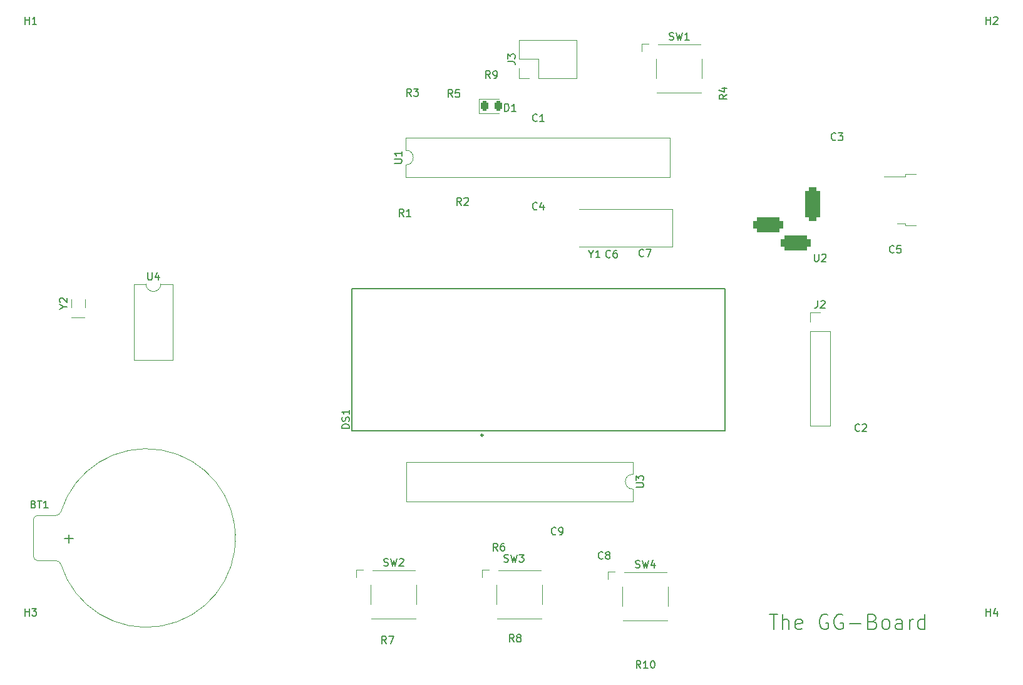
<source format=gbr>
%TF.GenerationSoftware,KiCad,Pcbnew,(6.0.5)*%
%TF.CreationDate,2022-07-26T14:11:09-07:00*%
%TF.ProjectId,Final schematic,46696e61-6c20-4736-9368-656d61746963,rev?*%
%TF.SameCoordinates,PX4b17a20PY8a12ae0*%
%TF.FileFunction,Legend,Top*%
%TF.FilePolarity,Positive*%
%FSLAX46Y46*%
G04 Gerber Fmt 4.6, Leading zero omitted, Abs format (unit mm)*
G04 Created by KiCad (PCBNEW (6.0.5)) date 2022-07-26 14:11:09*
%MOMM*%
%LPD*%
G01*
G04 APERTURE LIST*
G04 Aperture macros list*
%AMRoundRect*
0 Rectangle with rounded corners*
0 $1 Rounding radius*
0 $2 $3 $4 $5 $6 $7 $8 $9 X,Y pos of 4 corners*
0 Add a 4 corners polygon primitive as box body*
4,1,4,$2,$3,$4,$5,$6,$7,$8,$9,$2,$3,0*
0 Add four circle primitives for the rounded corners*
1,1,$1+$1,$2,$3*
1,1,$1+$1,$4,$5*
1,1,$1+$1,$6,$7*
1,1,$1+$1,$8,$9*
0 Add four rect primitives between the rounded corners*
20,1,$1+$1,$2,$3,$4,$5,0*
20,1,$1+$1,$4,$5,$6,$7,0*
20,1,$1+$1,$6,$7,$8,$9,0*
20,1,$1+$1,$8,$9,$2,$3,0*%
G04 Aperture macros list end*
%ADD10C,0.150000*%
%ADD11C,0.120000*%
%ADD12C,0.250000*%
%ADD13C,3.200000*%
%ADD14R,1.150000X1.400000*%
%ADD15R,1.700000X1.700000*%
%ADD16O,1.700000X1.700000*%
%ADD17R,2.200000X1.200000*%
%ADD18R,6.400000X5.800000*%
%ADD19R,1.600000X1.400000*%
%ADD20R,1.400000X1.150000*%
%ADD21RoundRect,0.243750X-0.243750X-0.456250X0.243750X-0.456250X0.243750X0.456250X-0.243750X0.456250X0*%
%ADD22R,1.400000X1.400000*%
%ADD23C,1.400000*%
%ADD24R,1.600000X1.600000*%
%ADD25O,1.600000X1.600000*%
%ADD26R,3.000000X3.000000*%
%ADD27C,3.000000*%
%ADD28R,4.500000X2.000000*%
%ADD29R,1.800000X1.000000*%
%ADD30RoundRect,0.500000X0.500000X-1.750000X0.500000X1.750000X-0.500000X1.750000X-0.500000X-1.750000X0*%
%ADD31RoundRect,0.500000X1.500000X0.500000X-1.500000X0.500000X-1.500000X-0.500000X1.500000X-0.500000X0*%
G04 APERTURE END LIST*
D10*
X106173333Y8715239D02*
X107316190Y8715239D01*
X106744761Y6715239D02*
X106744761Y8715239D01*
X107982857Y6715239D02*
X107982857Y8715239D01*
X108840000Y6715239D02*
X108840000Y7762858D01*
X108744761Y7953334D01*
X108554285Y8048572D01*
X108268571Y8048572D01*
X108078095Y7953334D01*
X107982857Y7858096D01*
X110554285Y6810477D02*
X110363809Y6715239D01*
X109982857Y6715239D01*
X109792380Y6810477D01*
X109697142Y7000953D01*
X109697142Y7762858D01*
X109792380Y7953334D01*
X109982857Y8048572D01*
X110363809Y8048572D01*
X110554285Y7953334D01*
X110649523Y7762858D01*
X110649523Y7572381D01*
X109697142Y7381905D01*
X114078095Y8620000D02*
X113887619Y8715239D01*
X113601904Y8715239D01*
X113316190Y8620000D01*
X113125714Y8429524D01*
X113030476Y8239048D01*
X112935238Y7858096D01*
X112935238Y7572381D01*
X113030476Y7191429D01*
X113125714Y7000953D01*
X113316190Y6810477D01*
X113601904Y6715239D01*
X113792380Y6715239D01*
X114078095Y6810477D01*
X114173333Y6905715D01*
X114173333Y7572381D01*
X113792380Y7572381D01*
X116078095Y8620000D02*
X115887619Y8715239D01*
X115601904Y8715239D01*
X115316190Y8620000D01*
X115125714Y8429524D01*
X115030476Y8239048D01*
X114935238Y7858096D01*
X114935238Y7572381D01*
X115030476Y7191429D01*
X115125714Y7000953D01*
X115316190Y6810477D01*
X115601904Y6715239D01*
X115792380Y6715239D01*
X116078095Y6810477D01*
X116173333Y6905715D01*
X116173333Y7572381D01*
X115792380Y7572381D01*
X117030476Y7477143D02*
X118554285Y7477143D01*
X120173333Y7762858D02*
X120459047Y7667620D01*
X120554285Y7572381D01*
X120649523Y7381905D01*
X120649523Y7096191D01*
X120554285Y6905715D01*
X120459047Y6810477D01*
X120268571Y6715239D01*
X119506666Y6715239D01*
X119506666Y8715239D01*
X120173333Y8715239D01*
X120363809Y8620000D01*
X120459047Y8524762D01*
X120554285Y8334286D01*
X120554285Y8143810D01*
X120459047Y7953334D01*
X120363809Y7858096D01*
X120173333Y7762858D01*
X119506666Y7762858D01*
X121792380Y6715239D02*
X121601904Y6810477D01*
X121506666Y6905715D01*
X121411428Y7096191D01*
X121411428Y7667620D01*
X121506666Y7858096D01*
X121601904Y7953334D01*
X121792380Y8048572D01*
X122078095Y8048572D01*
X122268571Y7953334D01*
X122363809Y7858096D01*
X122459047Y7667620D01*
X122459047Y7096191D01*
X122363809Y6905715D01*
X122268571Y6810477D01*
X122078095Y6715239D01*
X121792380Y6715239D01*
X124173333Y6715239D02*
X124173333Y7762858D01*
X124078095Y7953334D01*
X123887619Y8048572D01*
X123506666Y8048572D01*
X123316190Y7953334D01*
X124173333Y6810477D02*
X123982857Y6715239D01*
X123506666Y6715239D01*
X123316190Y6810477D01*
X123220952Y7000953D01*
X123220952Y7191429D01*
X123316190Y7381905D01*
X123506666Y7477143D01*
X123982857Y7477143D01*
X124173333Y7572381D01*
X125125714Y6715239D02*
X125125714Y8048572D01*
X125125714Y7667620D02*
X125220952Y7858096D01*
X125316190Y7953334D01*
X125506666Y8048572D01*
X125697142Y8048572D01*
X127220952Y6715239D02*
X127220952Y8715239D01*
X127220952Y6810477D02*
X127030476Y6715239D01*
X126649523Y6715239D01*
X126459047Y6810477D01*
X126363809Y6905715D01*
X126268571Y7096191D01*
X126268571Y7667620D01*
X126363809Y7858096D01*
X126459047Y7953334D01*
X126649523Y8048572D01*
X127030476Y8048572D01*
X127220952Y7953334D01*
%TO.C,H4*%
X135498095Y8527620D02*
X135498095Y9527620D01*
X135498095Y9051429D02*
X136069523Y9051429D01*
X136069523Y8527620D02*
X136069523Y9527620D01*
X136974285Y9194286D02*
X136974285Y8527620D01*
X136736190Y9575239D02*
X136498095Y8860953D01*
X137117142Y8860953D01*
%TO.C,C2*%
X118363333Y33552858D02*
X118315714Y33505239D01*
X118172857Y33457620D01*
X118077619Y33457620D01*
X117934761Y33505239D01*
X117839523Y33600477D01*
X117791904Y33695715D01*
X117744285Y33886191D01*
X117744285Y34029048D01*
X117791904Y34219524D01*
X117839523Y34314762D01*
X117934761Y34410000D01*
X118077619Y34457620D01*
X118172857Y34457620D01*
X118315714Y34410000D01*
X118363333Y34362381D01*
X118744285Y34362381D02*
X118791904Y34410000D01*
X118887142Y34457620D01*
X119125238Y34457620D01*
X119220476Y34410000D01*
X119268095Y34362381D01*
X119315714Y34267143D01*
X119315714Y34171905D01*
X119268095Y34029048D01*
X118696666Y33457620D01*
X119315714Y33457620D01*
%TO.C,C7*%
X89153333Y57192858D02*
X89105714Y57145239D01*
X88962857Y57097620D01*
X88867619Y57097620D01*
X88724761Y57145239D01*
X88629523Y57240477D01*
X88581904Y57335715D01*
X88534285Y57526191D01*
X88534285Y57669048D01*
X88581904Y57859524D01*
X88629523Y57954762D01*
X88724761Y58050000D01*
X88867619Y58097620D01*
X88962857Y58097620D01*
X89105714Y58050000D01*
X89153333Y58002381D01*
X89486666Y58097620D02*
X90153333Y58097620D01*
X89724761Y57097620D01*
%TO.C,J3*%
X70782380Y83486667D02*
X71496666Y83486667D01*
X71639523Y83439048D01*
X71734761Y83343810D01*
X71782380Y83200953D01*
X71782380Y83105715D01*
X70782380Y83867620D02*
X70782380Y84486667D01*
X71163333Y84153334D01*
X71163333Y84296191D01*
X71210952Y84391429D01*
X71258571Y84439048D01*
X71353809Y84486667D01*
X71591904Y84486667D01*
X71687142Y84439048D01*
X71734761Y84391429D01*
X71782380Y84296191D01*
X71782380Y84010477D01*
X71734761Y83915239D01*
X71687142Y83867620D01*
%TO.C,U2*%
X112268095Y57443620D02*
X112268095Y56634096D01*
X112315714Y56538858D01*
X112363333Y56491239D01*
X112458571Y56443620D01*
X112649047Y56443620D01*
X112744285Y56491239D01*
X112791904Y56538858D01*
X112839523Y56634096D01*
X112839523Y57443620D01*
X113268095Y57348381D02*
X113315714Y57396000D01*
X113410952Y57443620D01*
X113649047Y57443620D01*
X113744285Y57396000D01*
X113791904Y57348381D01*
X113839523Y57253143D01*
X113839523Y57157905D01*
X113791904Y57015048D01*
X113220476Y56443620D01*
X113839523Y56443620D01*
%TO.C,C1*%
X74763333Y75462858D02*
X74715714Y75415239D01*
X74572857Y75367620D01*
X74477619Y75367620D01*
X74334761Y75415239D01*
X74239523Y75510477D01*
X74191904Y75605715D01*
X74144285Y75796191D01*
X74144285Y75939048D01*
X74191904Y76129524D01*
X74239523Y76224762D01*
X74334761Y76320000D01*
X74477619Y76367620D01*
X74572857Y76367620D01*
X74715714Y76320000D01*
X74763333Y76272381D01*
X75715714Y75367620D02*
X75144285Y75367620D01*
X75430000Y75367620D02*
X75430000Y76367620D01*
X75334761Y76224762D01*
X75239523Y76129524D01*
X75144285Y76081905D01*
%TO.C,J2*%
X112696666Y51137620D02*
X112696666Y50423334D01*
X112649047Y50280477D01*
X112553809Y50185239D01*
X112410952Y50137620D01*
X112315714Y50137620D01*
X113125238Y51042381D02*
X113172857Y51090000D01*
X113268095Y51137620D01*
X113506190Y51137620D01*
X113601428Y51090000D01*
X113649047Y51042381D01*
X113696666Y50947143D01*
X113696666Y50851905D01*
X113649047Y50709048D01*
X113077619Y50137620D01*
X113696666Y50137620D01*
%TO.C,SW3*%
X70294666Y15851239D02*
X70437523Y15803620D01*
X70675619Y15803620D01*
X70770857Y15851239D01*
X70818476Y15898858D01*
X70866095Y15994096D01*
X70866095Y16089334D01*
X70818476Y16184572D01*
X70770857Y16232191D01*
X70675619Y16279810D01*
X70485142Y16327429D01*
X70389904Y16375048D01*
X70342285Y16422667D01*
X70294666Y16517905D01*
X70294666Y16613143D01*
X70342285Y16708381D01*
X70389904Y16756000D01*
X70485142Y16803620D01*
X70723238Y16803620D01*
X70866095Y16756000D01*
X71199428Y16803620D02*
X71437523Y15803620D01*
X71628000Y16517905D01*
X71818476Y15803620D01*
X72056571Y16803620D01*
X72342285Y16803620D02*
X72961333Y16803620D01*
X72628000Y16422667D01*
X72770857Y16422667D01*
X72866095Y16375048D01*
X72913714Y16327429D01*
X72961333Y16232191D01*
X72961333Y15994096D01*
X72913714Y15898858D01*
X72866095Y15851239D01*
X72770857Y15803620D01*
X72485142Y15803620D01*
X72389904Y15851239D01*
X72342285Y15898858D01*
%TO.C,R6*%
X69429333Y17327620D02*
X69096000Y17803810D01*
X68857904Y17327620D02*
X68857904Y18327620D01*
X69238857Y18327620D01*
X69334095Y18280000D01*
X69381714Y18232381D01*
X69429333Y18137143D01*
X69429333Y17994286D01*
X69381714Y17899048D01*
X69334095Y17851429D01*
X69238857Y17803810D01*
X68857904Y17803810D01*
X70286476Y18327620D02*
X70096000Y18327620D01*
X70000761Y18280000D01*
X69953142Y18232381D01*
X69857904Y18089524D01*
X69810285Y17899048D01*
X69810285Y17518096D01*
X69857904Y17422858D01*
X69905523Y17375239D01*
X70000761Y17327620D01*
X70191238Y17327620D01*
X70286476Y17375239D01*
X70334095Y17422858D01*
X70381714Y17518096D01*
X70381714Y17756191D01*
X70334095Y17851429D01*
X70286476Y17899048D01*
X70191238Y17946667D01*
X70000761Y17946667D01*
X69905523Y17899048D01*
X69857904Y17851429D01*
X69810285Y17756191D01*
%TO.C,R4*%
X100402380Y78993334D02*
X99926190Y78660000D01*
X100402380Y78421905D02*
X99402380Y78421905D01*
X99402380Y78802858D01*
X99450000Y78898096D01*
X99497619Y78945715D01*
X99592857Y78993334D01*
X99735714Y78993334D01*
X99830952Y78945715D01*
X99878571Y78898096D01*
X99926190Y78802858D01*
X99926190Y78421905D01*
X99735714Y79850477D02*
X100402380Y79850477D01*
X99354761Y79612381D02*
X100069047Y79374286D01*
X100069047Y79993334D01*
%TO.C,C4*%
X74763333Y63522858D02*
X74715714Y63475239D01*
X74572857Y63427620D01*
X74477619Y63427620D01*
X74334761Y63475239D01*
X74239523Y63570477D01*
X74191904Y63665715D01*
X74144285Y63856191D01*
X74144285Y63999048D01*
X74191904Y64189524D01*
X74239523Y64284762D01*
X74334761Y64380000D01*
X74477619Y64427620D01*
X74572857Y64427620D01*
X74715714Y64380000D01*
X74763333Y64332381D01*
X75620476Y64094286D02*
X75620476Y63427620D01*
X75382380Y64475239D02*
X75144285Y63760953D01*
X75763333Y63760953D01*
%TO.C,R7*%
X54355333Y4753620D02*
X54022000Y5229810D01*
X53783904Y4753620D02*
X53783904Y5753620D01*
X54164857Y5753620D01*
X54260095Y5706000D01*
X54307714Y5658381D01*
X54355333Y5563143D01*
X54355333Y5420286D01*
X54307714Y5325048D01*
X54260095Y5277429D01*
X54164857Y5229810D01*
X53783904Y5229810D01*
X54688666Y5753620D02*
X55355333Y5753620D01*
X54926761Y4753620D01*
%TO.C,D1*%
X70381904Y76763620D02*
X70381904Y77763620D01*
X70620000Y77763620D01*
X70762857Y77716000D01*
X70858095Y77620762D01*
X70905714Y77525524D01*
X70953333Y77335048D01*
X70953333Y77192191D01*
X70905714Y77001715D01*
X70858095Y76906477D01*
X70762857Y76811239D01*
X70620000Y76763620D01*
X70381904Y76763620D01*
X71905714Y76763620D02*
X71334285Y76763620D01*
X71620000Y76763620D02*
X71620000Y77763620D01*
X71524761Y77620762D01*
X71429523Y77525524D01*
X71334285Y77477905D01*
%TO.C,C9*%
X77303333Y19580858D02*
X77255714Y19533239D01*
X77112857Y19485620D01*
X77017619Y19485620D01*
X76874761Y19533239D01*
X76779523Y19628477D01*
X76731904Y19723715D01*
X76684285Y19914191D01*
X76684285Y20057048D01*
X76731904Y20247524D01*
X76779523Y20342762D01*
X76874761Y20438000D01*
X77017619Y20485620D01*
X77112857Y20485620D01*
X77255714Y20438000D01*
X77303333Y20390381D01*
X77779523Y19485620D02*
X77970000Y19485620D01*
X78065238Y19533239D01*
X78112857Y19580858D01*
X78208095Y19723715D01*
X78255714Y19914191D01*
X78255714Y20295143D01*
X78208095Y20390381D01*
X78160476Y20438000D01*
X78065238Y20485620D01*
X77874761Y20485620D01*
X77779523Y20438000D01*
X77731904Y20390381D01*
X77684285Y20295143D01*
X77684285Y20057048D01*
X77731904Y19961810D01*
X77779523Y19914191D01*
X77874761Y19866572D01*
X78065238Y19866572D01*
X78160476Y19914191D01*
X78208095Y19961810D01*
X78255714Y20057048D01*
%TO.C,DS1*%
X49357380Y33890596D02*
X48357380Y33890596D01*
X48357380Y34128691D01*
X48405000Y34271548D01*
X48500238Y34366786D01*
X48595476Y34414405D01*
X48785952Y34462024D01*
X48928809Y34462024D01*
X49119285Y34414405D01*
X49214523Y34366786D01*
X49309761Y34271548D01*
X49357380Y34128691D01*
X49357380Y33890596D01*
X49309761Y34842977D02*
X49357380Y34985834D01*
X49357380Y35223929D01*
X49309761Y35319167D01*
X49262142Y35366786D01*
X49166904Y35414405D01*
X49071666Y35414405D01*
X48976428Y35366786D01*
X48928809Y35319167D01*
X48881190Y35223929D01*
X48833571Y35033453D01*
X48785952Y34938215D01*
X48738333Y34890596D01*
X48643095Y34842977D01*
X48547857Y34842977D01*
X48452619Y34890596D01*
X48405000Y34938215D01*
X48357380Y35033453D01*
X48357380Y35271548D01*
X48405000Y35414405D01*
X49357380Y36366786D02*
X49357380Y35795358D01*
X49357380Y36081072D02*
X48357380Y36081072D01*
X48500238Y35985834D01*
X48595476Y35890596D01*
X48643095Y35795358D01*
%TO.C,U1*%
X55472380Y69733096D02*
X56281904Y69733096D01*
X56377142Y69780715D01*
X56424761Y69828334D01*
X56472380Y69923572D01*
X56472380Y70114048D01*
X56424761Y70209286D01*
X56377142Y70256905D01*
X56281904Y70304524D01*
X55472380Y70304524D01*
X56472380Y71304524D02*
X56472380Y70733096D01*
X56472380Y71018810D02*
X55472380Y71018810D01*
X55615238Y70923572D01*
X55710476Y70828334D01*
X55758095Y70733096D01*
%TO.C,R10*%
X88765142Y1453620D02*
X88431809Y1929810D01*
X88193714Y1453620D02*
X88193714Y2453620D01*
X88574666Y2453620D01*
X88669904Y2406000D01*
X88717523Y2358381D01*
X88765142Y2263143D01*
X88765142Y2120286D01*
X88717523Y2025048D01*
X88669904Y1977429D01*
X88574666Y1929810D01*
X88193714Y1929810D01*
X89717523Y1453620D02*
X89146095Y1453620D01*
X89431809Y1453620D02*
X89431809Y2453620D01*
X89336571Y2310762D01*
X89241333Y2215524D01*
X89146095Y2167905D01*
X90336571Y2453620D02*
X90431809Y2453620D01*
X90527047Y2406000D01*
X90574666Y2358381D01*
X90622285Y2263143D01*
X90669904Y2072667D01*
X90669904Y1834572D01*
X90622285Y1644096D01*
X90574666Y1548858D01*
X90527047Y1501239D01*
X90431809Y1453620D01*
X90336571Y1453620D01*
X90241333Y1501239D01*
X90193714Y1548858D01*
X90146095Y1644096D01*
X90098476Y1834572D01*
X90098476Y2072667D01*
X90146095Y2263143D01*
X90193714Y2358381D01*
X90241333Y2406000D01*
X90336571Y2453620D01*
%TO.C,H2*%
X135498095Y88527620D02*
X135498095Y89527620D01*
X135498095Y89051429D02*
X136069523Y89051429D01*
X136069523Y88527620D02*
X136069523Y89527620D01*
X136498095Y89432381D02*
X136545714Y89480000D01*
X136640952Y89527620D01*
X136879047Y89527620D01*
X136974285Y89480000D01*
X137021904Y89432381D01*
X137069523Y89337143D01*
X137069523Y89241905D01*
X137021904Y89099048D01*
X136450476Y88527620D01*
X137069523Y88527620D01*
%TO.C,R5*%
X63333333Y78667620D02*
X63000000Y79143810D01*
X62761904Y78667620D02*
X62761904Y79667620D01*
X63142857Y79667620D01*
X63238095Y79620000D01*
X63285714Y79572381D01*
X63333333Y79477143D01*
X63333333Y79334286D01*
X63285714Y79239048D01*
X63238095Y79191429D01*
X63142857Y79143810D01*
X62761904Y79143810D01*
X64238095Y79667620D02*
X63761904Y79667620D01*
X63714285Y79191429D01*
X63761904Y79239048D01*
X63857142Y79286667D01*
X64095238Y79286667D01*
X64190476Y79239048D01*
X64238095Y79191429D01*
X64285714Y79096191D01*
X64285714Y78858096D01*
X64238095Y78762858D01*
X64190476Y78715239D01*
X64095238Y78667620D01*
X63857142Y78667620D01*
X63761904Y78715239D01*
X63714285Y78762858D01*
%TO.C,H3*%
X5498095Y8527620D02*
X5498095Y9527620D01*
X5498095Y9051429D02*
X6069523Y9051429D01*
X6069523Y8527620D02*
X6069523Y9527620D01*
X6450476Y9527620D02*
X7069523Y9527620D01*
X6736190Y9146667D01*
X6879047Y9146667D01*
X6974285Y9099048D01*
X7021904Y9051429D01*
X7069523Y8956191D01*
X7069523Y8718096D01*
X7021904Y8622858D01*
X6974285Y8575239D01*
X6879047Y8527620D01*
X6593333Y8527620D01*
X6498095Y8575239D01*
X6450476Y8622858D01*
%TO.C,U4*%
X22108095Y54937620D02*
X22108095Y54128096D01*
X22155714Y54032858D01*
X22203333Y53985239D01*
X22298571Y53937620D01*
X22489047Y53937620D01*
X22584285Y53985239D01*
X22631904Y54032858D01*
X22679523Y54128096D01*
X22679523Y54937620D01*
X23584285Y54604286D02*
X23584285Y53937620D01*
X23346190Y54985239D02*
X23108095Y54270953D01*
X23727142Y54270953D01*
%TO.C,SW1*%
X92646666Y86445239D02*
X92789523Y86397620D01*
X93027619Y86397620D01*
X93122857Y86445239D01*
X93170476Y86492858D01*
X93218095Y86588096D01*
X93218095Y86683334D01*
X93170476Y86778572D01*
X93122857Y86826191D01*
X93027619Y86873810D01*
X92837142Y86921429D01*
X92741904Y86969048D01*
X92694285Y87016667D01*
X92646666Y87111905D01*
X92646666Y87207143D01*
X92694285Y87302381D01*
X92741904Y87350000D01*
X92837142Y87397620D01*
X93075238Y87397620D01*
X93218095Y87350000D01*
X93551428Y87397620D02*
X93789523Y86397620D01*
X93980000Y87111905D01*
X94170476Y86397620D01*
X94408571Y87397620D01*
X95313333Y86397620D02*
X94741904Y86397620D01*
X95027619Y86397620D02*
X95027619Y87397620D01*
X94932380Y87254762D01*
X94837142Y87159524D01*
X94741904Y87111905D01*
%TO.C,C5*%
X123023333Y57682858D02*
X122975714Y57635239D01*
X122832857Y57587620D01*
X122737619Y57587620D01*
X122594761Y57635239D01*
X122499523Y57730477D01*
X122451904Y57825715D01*
X122404285Y58016191D01*
X122404285Y58159048D01*
X122451904Y58349524D01*
X122499523Y58444762D01*
X122594761Y58540000D01*
X122737619Y58587620D01*
X122832857Y58587620D01*
X122975714Y58540000D01*
X123023333Y58492381D01*
X123928095Y58587620D02*
X123451904Y58587620D01*
X123404285Y58111429D01*
X123451904Y58159048D01*
X123547142Y58206667D01*
X123785238Y58206667D01*
X123880476Y58159048D01*
X123928095Y58111429D01*
X123975714Y58016191D01*
X123975714Y57778096D01*
X123928095Y57682858D01*
X123880476Y57635239D01*
X123785238Y57587620D01*
X123547142Y57587620D01*
X123451904Y57635239D01*
X123404285Y57682858D01*
%TO.C,BT1*%
X6670599Y23621412D02*
X6813456Y23573793D01*
X6861075Y23526174D01*
X6908694Y23430936D01*
X6908694Y23288079D01*
X6861075Y23192841D01*
X6813456Y23145222D01*
X6718218Y23097603D01*
X6337266Y23097603D01*
X6337266Y24097603D01*
X6670599Y24097603D01*
X6765837Y24049983D01*
X6813456Y24002364D01*
X6861075Y23907126D01*
X6861075Y23811888D01*
X6813456Y23716650D01*
X6765837Y23669031D01*
X6670599Y23621412D01*
X6337266Y23621412D01*
X7194409Y24097603D02*
X7765837Y24097603D01*
X7480123Y23097603D02*
X7480123Y24097603D01*
X8622980Y23097603D02*
X8051552Y23097603D01*
X8337266Y23097603D02*
X8337266Y24097603D01*
X8242028Y23954745D01*
X8146790Y23859507D01*
X8051552Y23811888D01*
X10884885Y18942841D02*
X12027742Y18942841D01*
X11456314Y18371412D02*
X11456314Y19514269D01*
%TO.C,H1*%
X5498095Y88527620D02*
X5498095Y89527620D01*
X5498095Y89051429D02*
X6069523Y89051429D01*
X6069523Y88527620D02*
X6069523Y89527620D01*
X7069523Y88527620D02*
X6498095Y88527620D01*
X6783809Y88527620D02*
X6783809Y89527620D01*
X6688571Y89384762D01*
X6593333Y89289524D01*
X6498095Y89241905D01*
%TO.C,SW2*%
X54038666Y15325239D02*
X54181523Y15277620D01*
X54419619Y15277620D01*
X54514857Y15325239D01*
X54562476Y15372858D01*
X54610095Y15468096D01*
X54610095Y15563334D01*
X54562476Y15658572D01*
X54514857Y15706191D01*
X54419619Y15753810D01*
X54229142Y15801429D01*
X54133904Y15849048D01*
X54086285Y15896667D01*
X54038666Y15991905D01*
X54038666Y16087143D01*
X54086285Y16182381D01*
X54133904Y16230000D01*
X54229142Y16277620D01*
X54467238Y16277620D01*
X54610095Y16230000D01*
X54943428Y16277620D02*
X55181523Y15277620D01*
X55372000Y15991905D01*
X55562476Y15277620D01*
X55800571Y16277620D01*
X56133904Y16182381D02*
X56181523Y16230000D01*
X56276761Y16277620D01*
X56514857Y16277620D01*
X56610095Y16230000D01*
X56657714Y16182381D01*
X56705333Y16087143D01*
X56705333Y15991905D01*
X56657714Y15849048D01*
X56086285Y15277620D01*
X56705333Y15277620D01*
%TO.C,R1*%
X56729333Y62539620D02*
X56396000Y63015810D01*
X56157904Y62539620D02*
X56157904Y63539620D01*
X56538857Y63539620D01*
X56634095Y63492000D01*
X56681714Y63444381D01*
X56729333Y63349143D01*
X56729333Y63206286D01*
X56681714Y63111048D01*
X56634095Y63063429D01*
X56538857Y63015810D01*
X56157904Y63015810D01*
X57681714Y62539620D02*
X57110285Y62539620D01*
X57396000Y62539620D02*
X57396000Y63539620D01*
X57300761Y63396762D01*
X57205523Y63301524D01*
X57110285Y63253905D01*
%TO.C,R2*%
X64523333Y64062620D02*
X64190000Y64538810D01*
X63951904Y64062620D02*
X63951904Y65062620D01*
X64332857Y65062620D01*
X64428095Y65015000D01*
X64475714Y64967381D01*
X64523333Y64872143D01*
X64523333Y64729286D01*
X64475714Y64634048D01*
X64428095Y64586429D01*
X64332857Y64538810D01*
X63951904Y64538810D01*
X64904285Y64967381D02*
X64951904Y65015000D01*
X65047142Y65062620D01*
X65285238Y65062620D01*
X65380476Y65015000D01*
X65428095Y64967381D01*
X65475714Y64872143D01*
X65475714Y64776905D01*
X65428095Y64634048D01*
X64856666Y64062620D01*
X65475714Y64062620D01*
%TO.C,Y1*%
X82073809Y57433810D02*
X82073809Y56957620D01*
X81740476Y57957620D02*
X82073809Y57433810D01*
X82407142Y57957620D01*
X83264285Y56957620D02*
X82692857Y56957620D01*
X82978571Y56957620D02*
X82978571Y57957620D01*
X82883333Y57814762D01*
X82788095Y57719524D01*
X82692857Y57671905D01*
%TO.C,SW4*%
X88074666Y15071239D02*
X88217523Y15023620D01*
X88455619Y15023620D01*
X88550857Y15071239D01*
X88598476Y15118858D01*
X88646095Y15214096D01*
X88646095Y15309334D01*
X88598476Y15404572D01*
X88550857Y15452191D01*
X88455619Y15499810D01*
X88265142Y15547429D01*
X88169904Y15595048D01*
X88122285Y15642667D01*
X88074666Y15737905D01*
X88074666Y15833143D01*
X88122285Y15928381D01*
X88169904Y15976000D01*
X88265142Y16023620D01*
X88503238Y16023620D01*
X88646095Y15976000D01*
X88979428Y16023620D02*
X89217523Y15023620D01*
X89408000Y15737905D01*
X89598476Y15023620D01*
X89836571Y16023620D01*
X90646095Y15690286D02*
X90646095Y15023620D01*
X90408000Y16071239D02*
X90169904Y15356953D01*
X90788952Y15356953D01*
%TO.C,R9*%
X68413333Y81207620D02*
X68080000Y81683810D01*
X67841904Y81207620D02*
X67841904Y82207620D01*
X68222857Y82207620D01*
X68318095Y82160000D01*
X68365714Y82112381D01*
X68413333Y82017143D01*
X68413333Y81874286D01*
X68365714Y81779048D01*
X68318095Y81731429D01*
X68222857Y81683810D01*
X67841904Y81683810D01*
X68889523Y81207620D02*
X69080000Y81207620D01*
X69175238Y81255239D01*
X69222857Y81302858D01*
X69318095Y81445715D01*
X69365714Y81636191D01*
X69365714Y82017143D01*
X69318095Y82112381D01*
X69270476Y82160000D01*
X69175238Y82207620D01*
X68984761Y82207620D01*
X68889523Y82160000D01*
X68841904Y82112381D01*
X68794285Y82017143D01*
X68794285Y81779048D01*
X68841904Y81683810D01*
X68889523Y81636191D01*
X68984761Y81588572D01*
X69175238Y81588572D01*
X69270476Y81636191D01*
X69318095Y81683810D01*
X69365714Y81779048D01*
%TO.C,U3*%
X88147380Y25908096D02*
X88956904Y25908096D01*
X89052142Y25955715D01*
X89099761Y26003334D01*
X89147380Y26098572D01*
X89147380Y26289048D01*
X89099761Y26384286D01*
X89052142Y26431905D01*
X88956904Y26479524D01*
X88147380Y26479524D01*
X88147380Y26860477D02*
X88147380Y27479524D01*
X88528333Y27146191D01*
X88528333Y27289048D01*
X88575952Y27384286D01*
X88623571Y27431905D01*
X88718809Y27479524D01*
X88956904Y27479524D01*
X89052142Y27431905D01*
X89099761Y27384286D01*
X89147380Y27289048D01*
X89147380Y27003334D01*
X89099761Y26908096D01*
X89052142Y26860477D01*
%TO.C,Y2*%
X10726190Y50323810D02*
X11202380Y50323810D01*
X10202380Y49990477D02*
X10726190Y50323810D01*
X10202380Y50657143D01*
X10297619Y50942858D02*
X10250000Y50990477D01*
X10202380Y51085715D01*
X10202380Y51323810D01*
X10250000Y51419048D01*
X10297619Y51466667D01*
X10392857Y51514286D01*
X10488095Y51514286D01*
X10630952Y51466667D01*
X11202380Y50895239D01*
X11202380Y51514286D01*
%TO.C,R8*%
X71627333Y5007620D02*
X71294000Y5483810D01*
X71055904Y5007620D02*
X71055904Y6007620D01*
X71436857Y6007620D01*
X71532095Y5960000D01*
X71579714Y5912381D01*
X71627333Y5817143D01*
X71627333Y5674286D01*
X71579714Y5579048D01*
X71532095Y5531429D01*
X71436857Y5483810D01*
X71055904Y5483810D01*
X72198761Y5579048D02*
X72103523Y5626667D01*
X72055904Y5674286D01*
X72008285Y5769524D01*
X72008285Y5817143D01*
X72055904Y5912381D01*
X72103523Y5960000D01*
X72198761Y6007620D01*
X72389238Y6007620D01*
X72484476Y5960000D01*
X72532095Y5912381D01*
X72579714Y5817143D01*
X72579714Y5769524D01*
X72532095Y5674286D01*
X72484476Y5626667D01*
X72389238Y5579048D01*
X72198761Y5579048D01*
X72103523Y5531429D01*
X72055904Y5483810D01*
X72008285Y5388572D01*
X72008285Y5198096D01*
X72055904Y5102858D01*
X72103523Y5055239D01*
X72198761Y5007620D01*
X72389238Y5007620D01*
X72484476Y5055239D01*
X72532095Y5102858D01*
X72579714Y5198096D01*
X72579714Y5388572D01*
X72532095Y5483810D01*
X72484476Y5531429D01*
X72389238Y5579048D01*
%TO.C,C6*%
X84669333Y57046858D02*
X84621714Y56999239D01*
X84478857Y56951620D01*
X84383619Y56951620D01*
X84240761Y56999239D01*
X84145523Y57094477D01*
X84097904Y57189715D01*
X84050285Y57380191D01*
X84050285Y57523048D01*
X84097904Y57713524D01*
X84145523Y57808762D01*
X84240761Y57904000D01*
X84383619Y57951620D01*
X84478857Y57951620D01*
X84621714Y57904000D01*
X84669333Y57856381D01*
X85526476Y57951620D02*
X85336000Y57951620D01*
X85240761Y57904000D01*
X85193142Y57856381D01*
X85097904Y57713524D01*
X85050285Y57523048D01*
X85050285Y57142096D01*
X85097904Y57046858D01*
X85145523Y56999239D01*
X85240761Y56951620D01*
X85431238Y56951620D01*
X85526476Y56999239D01*
X85574095Y57046858D01*
X85621714Y57142096D01*
X85621714Y57380191D01*
X85574095Y57475429D01*
X85526476Y57523048D01*
X85431238Y57570667D01*
X85240761Y57570667D01*
X85145523Y57523048D01*
X85097904Y57475429D01*
X85050285Y57380191D01*
%TO.C,R3*%
X57745333Y78795620D02*
X57412000Y79271810D01*
X57173904Y78795620D02*
X57173904Y79795620D01*
X57554857Y79795620D01*
X57650095Y79748000D01*
X57697714Y79700381D01*
X57745333Y79605143D01*
X57745333Y79462286D01*
X57697714Y79367048D01*
X57650095Y79319429D01*
X57554857Y79271810D01*
X57173904Y79271810D01*
X58078666Y79795620D02*
X58697714Y79795620D01*
X58364380Y79414667D01*
X58507238Y79414667D01*
X58602476Y79367048D01*
X58650095Y79319429D01*
X58697714Y79224191D01*
X58697714Y78986096D01*
X58650095Y78890858D01*
X58602476Y78843239D01*
X58507238Y78795620D01*
X58221523Y78795620D01*
X58126285Y78843239D01*
X58078666Y78890858D01*
%TO.C,C3*%
X115149333Y72920858D02*
X115101714Y72873239D01*
X114958857Y72825620D01*
X114863619Y72825620D01*
X114720761Y72873239D01*
X114625523Y72968477D01*
X114577904Y73063715D01*
X114530285Y73254191D01*
X114530285Y73397048D01*
X114577904Y73587524D01*
X114625523Y73682762D01*
X114720761Y73778000D01*
X114863619Y73825620D01*
X114958857Y73825620D01*
X115101714Y73778000D01*
X115149333Y73730381D01*
X115482666Y73825620D02*
X116101714Y73825620D01*
X115768380Y73444667D01*
X115911238Y73444667D01*
X116006476Y73397048D01*
X116054095Y73349429D01*
X116101714Y73254191D01*
X116101714Y73016096D01*
X116054095Y72920858D01*
X116006476Y72873239D01*
X115911238Y72825620D01*
X115625523Y72825620D01*
X115530285Y72873239D01*
X115482666Y72920858D01*
%TO.C,C8*%
X83653333Y16280858D02*
X83605714Y16233239D01*
X83462857Y16185620D01*
X83367619Y16185620D01*
X83224761Y16233239D01*
X83129523Y16328477D01*
X83081904Y16423715D01*
X83034285Y16614191D01*
X83034285Y16757048D01*
X83081904Y16947524D01*
X83129523Y17042762D01*
X83224761Y17138000D01*
X83367619Y17185620D01*
X83462857Y17185620D01*
X83605714Y17138000D01*
X83653333Y17090381D01*
X84224761Y16757048D02*
X84129523Y16804667D01*
X84081904Y16852286D01*
X84034285Y16947524D01*
X84034285Y16995143D01*
X84081904Y17090381D01*
X84129523Y17138000D01*
X84224761Y17185620D01*
X84415238Y17185620D01*
X84510476Y17138000D01*
X84558095Y17090381D01*
X84605714Y16995143D01*
X84605714Y16947524D01*
X84558095Y16852286D01*
X84510476Y16804667D01*
X84415238Y16757048D01*
X84224761Y16757048D01*
X84129523Y16709429D01*
X84081904Y16661810D01*
X84034285Y16566572D01*
X84034285Y16376096D01*
X84081904Y16280858D01*
X84129523Y16233239D01*
X84224761Y16185620D01*
X84415238Y16185620D01*
X84510476Y16233239D01*
X84558095Y16280858D01*
X84605714Y16376096D01*
X84605714Y16566572D01*
X84558095Y16661810D01*
X84510476Y16709429D01*
X84415238Y16757048D01*
D11*
%TO.C,J3*%
X74930000Y83820000D02*
X72330000Y83820000D01*
X73660000Y81220000D02*
X72330000Y81220000D01*
X80070000Y81220000D02*
X80070000Y86420000D01*
X74930000Y81220000D02*
X74930000Y83820000D01*
X72330000Y81220000D02*
X72330000Y82550000D01*
X72330000Y83820000D02*
X72330000Y86420000D01*
X74930000Y81220000D02*
X80070000Y81220000D01*
X72330000Y86420000D02*
X80070000Y86420000D01*
%TO.C,U2*%
X126030000Y68220000D02*
X124530000Y68220000D01*
X124530000Y68220000D02*
X124530000Y67950000D01*
X126030000Y61320000D02*
X124530000Y61320000D01*
X124530000Y67950000D02*
X121700000Y67950000D01*
X124530000Y61590000D02*
X123430000Y61590000D01*
X124530000Y61320000D02*
X124530000Y61590000D01*
%TO.C,J2*%
X111700000Y48260000D02*
X111700000Y49590000D01*
X111700000Y34230000D02*
X114360000Y34230000D01*
X111700000Y49590000D02*
X113030000Y49590000D01*
X111700000Y46990000D02*
X114360000Y46990000D01*
X114360000Y46990000D02*
X114360000Y34230000D01*
X111700000Y46990000D02*
X111700000Y34230000D01*
%TO.C,SW3*%
X75490000Y12730000D02*
X75490000Y10130000D01*
X67290000Y13730000D02*
X67290000Y14730000D01*
X67290000Y14730000D02*
X68290000Y14730000D01*
X69290000Y12730000D02*
X69290000Y10130000D01*
X75290000Y14680000D02*
X69490000Y14680000D01*
X75390000Y8180000D02*
X69390000Y8180000D01*
%TO.C,D1*%
X66895000Y78430000D02*
X66895000Y76510000D01*
X66895000Y76510000D02*
X69580000Y76510000D01*
X69580000Y78430000D02*
X66895000Y78430000D01*
D10*
%TO.C,DS1*%
X100155000Y33555000D02*
X100155000Y52805000D01*
X100155000Y52805000D02*
X49705000Y52805000D01*
X49705000Y33555000D02*
X49705000Y52805000D01*
X100155000Y33555000D02*
X49705000Y33555000D01*
D12*
X67435000Y32955000D02*
G75*
G03*
X67435000Y32955000I-125000J0D01*
G01*
D11*
%TO.C,U1*%
X57020000Y73145000D02*
X57020000Y71495000D01*
X92700000Y67845000D02*
X92700000Y73145000D01*
X92700000Y73145000D02*
X57020000Y73145000D01*
X57020000Y67845000D02*
X92700000Y67845000D01*
X57020000Y69495000D02*
X57020000Y67845000D01*
X57020000Y69495000D02*
G75*
G03*
X57020000Y71495000I0J1000000D01*
G01*
%TO.C,U4*%
X20220000Y53390000D02*
X20220000Y43110000D01*
X25520000Y53390000D02*
X23870000Y53390000D01*
X25520000Y43110000D02*
X25520000Y53390000D01*
X21870000Y53390000D02*
X20220000Y53390000D01*
X20220000Y43110000D02*
X25520000Y43110000D01*
X21870000Y53390000D02*
G75*
G03*
X23870000Y53390000I1000000J0D01*
G01*
%TO.C,SW1*%
X96980000Y79300000D02*
X90980000Y79300000D01*
X96880000Y85800000D02*
X91080000Y85800000D01*
X88880000Y84850000D02*
X88880000Y85850000D01*
X90880000Y83850000D02*
X90880000Y81250000D01*
X88880000Y85850000D02*
X89880000Y85850000D01*
X97080000Y83850000D02*
X97080000Y81250000D01*
%TO.C,BT1*%
X6656314Y21549983D02*
X6656314Y16549983D01*
X9656314Y22099983D02*
X7206314Y22099983D01*
X7206314Y15999983D02*
X9656314Y15999983D01*
X10356314Y15529983D02*
G75*
G03*
X33969757Y19565974I11550000J3520000D01*
G01*
X10361083Y15506498D02*
G75*
G03*
X9656314Y15999983I-704769J-256515D01*
G01*
X6656314Y16549983D02*
G75*
G03*
X7206314Y15999983I549999J-1D01*
G01*
X9656314Y22099983D02*
G75*
G03*
X10361083Y22593468I0J750000D01*
G01*
X33969757Y18533992D02*
G75*
G03*
X10356314Y22569983I-12063443J515991D01*
G01*
X7206314Y22099983D02*
G75*
G03*
X6656314Y21549983I-1J-549999D01*
G01*
%TO.C,SW2*%
X58472000Y12730000D02*
X58472000Y10130000D01*
X58372000Y8180000D02*
X52372000Y8180000D01*
X50272000Y13730000D02*
X50272000Y14730000D01*
X58272000Y14680000D02*
X52472000Y14680000D01*
X50272000Y14730000D02*
X51272000Y14730000D01*
X52272000Y12730000D02*
X52272000Y10130000D01*
%TO.C,Y1*%
X80460000Y58410000D02*
X93060000Y58410000D01*
X93060000Y58410000D02*
X93060000Y63510000D01*
X93060000Y63510000D02*
X80460000Y63510000D01*
%TO.C,SW4*%
X92408000Y7926000D02*
X86408000Y7926000D01*
X86308000Y12476000D02*
X86308000Y9876000D01*
X84308000Y14476000D02*
X85308000Y14476000D01*
X92508000Y12476000D02*
X92508000Y9876000D01*
X92308000Y14426000D02*
X86508000Y14426000D01*
X84308000Y13476000D02*
X84308000Y14476000D01*
%TO.C,U3*%
X87695000Y27670000D02*
X87695000Y29320000D01*
X87695000Y24020000D02*
X87695000Y25670000D01*
X57095000Y24020000D02*
X87695000Y24020000D01*
X57095000Y29320000D02*
X57095000Y24020000D01*
X87695000Y29320000D02*
X57095000Y29320000D01*
X87695000Y27670000D02*
G75*
G03*
X87695000Y25670000I0J-1000000D01*
G01*
%TO.C,Y2*%
X11750000Y50250000D02*
X11750000Y51350000D01*
X13650000Y50250000D02*
X13650000Y51350000D01*
X11800000Y48850000D02*
X13600000Y48850000D01*
%TD*%
%LPC*%
D13*
%TO.C,H4*%
X136260000Y4780000D03*
%TD*%
D14*
%TO.C,C2*%
X119380000Y35560000D03*
X117680000Y35560000D03*
%TD*%
%TO.C,C7*%
X88470000Y55900000D03*
X90170000Y55900000D03*
%TD*%
D15*
%TO.C,J3*%
X73660000Y82550000D03*
D16*
X73660000Y85090000D03*
X76200000Y82550000D03*
X76200000Y85090000D03*
X78740000Y82550000D03*
X78740000Y85090000D03*
%TD*%
D17*
%TO.C,U2*%
X122800000Y67050000D03*
D18*
X129100000Y64770000D03*
D17*
X122800000Y62490000D03*
%TD*%
D14*
%TO.C,C1*%
X75780000Y77470000D03*
X74080000Y77470000D03*
%TD*%
D15*
%TO.C,J2*%
X113030000Y48260000D03*
D16*
X113030000Y45720000D03*
X113030000Y43180000D03*
X113030000Y40640000D03*
X113030000Y38100000D03*
X113030000Y35560000D03*
%TD*%
D19*
%TO.C,SW3*%
X68390000Y13680000D03*
X76390000Y13680000D03*
X68390000Y9180000D03*
X76390000Y9180000D03*
%TD*%
D14*
%TO.C,R6*%
X73240000Y17780000D03*
X71540000Y17780000D03*
%TD*%
D20*
%TO.C,R4*%
X101600000Y78310000D03*
X101600000Y80010000D03*
%TD*%
D14*
%TO.C,C4*%
X74080000Y62230000D03*
X75780000Y62230000D03*
%TD*%
%TO.C,R7*%
X53672000Y3556000D03*
X55372000Y3556000D03*
%TD*%
D21*
%TO.C,D1*%
X67642500Y77470000D03*
X69517500Y77470000D03*
%TD*%
D14*
%TO.C,C9*%
X76620000Y18288000D03*
X78320000Y18288000D03*
%TD*%
D22*
%TO.C,DS1*%
X67310000Y35560000D03*
D23*
X69850000Y35560000D03*
X72390000Y35560000D03*
X74930000Y35560000D03*
X77470000Y35560000D03*
X80010000Y35560000D03*
X82550000Y35560000D03*
X82550000Y50800000D03*
X80010000Y50800000D03*
X77470000Y50800000D03*
X74930000Y50800000D03*
X72390000Y50800000D03*
X69850000Y50800000D03*
X67310000Y50800000D03*
%TD*%
D24*
%TO.C,U1*%
X58350000Y66685000D03*
D25*
X60890000Y66685000D03*
X63430000Y66685000D03*
X65970000Y66685000D03*
X68510000Y66685000D03*
X71050000Y66685000D03*
X73590000Y66685000D03*
X76130000Y66685000D03*
X78670000Y66685000D03*
X81210000Y66685000D03*
X83750000Y66685000D03*
X86290000Y66685000D03*
X88830000Y66685000D03*
X91370000Y66685000D03*
X91370000Y74305000D03*
X88830000Y74305000D03*
X86290000Y74305000D03*
X83750000Y74305000D03*
X81210000Y74305000D03*
X78670000Y74305000D03*
X76130000Y74305000D03*
X73590000Y74305000D03*
X71050000Y74305000D03*
X68510000Y74305000D03*
X65970000Y74305000D03*
X63430000Y74305000D03*
X60890000Y74305000D03*
X58350000Y74305000D03*
%TD*%
D14*
%TO.C,R10*%
X90258000Y3556000D03*
X88558000Y3556000D03*
%TD*%
D13*
%TO.C,H2*%
X136260000Y84780000D03*
%TD*%
D14*
%TO.C,R5*%
X62650000Y77470000D03*
X64350000Y77470000D03*
%TD*%
D13*
%TO.C,H3*%
X6260000Y4780000D03*
%TD*%
D24*
%TO.C,U4*%
X19060000Y52060000D03*
D25*
X19060000Y49520000D03*
X19060000Y46980000D03*
X19060000Y44440000D03*
X26680000Y44440000D03*
X26680000Y46980000D03*
X26680000Y49520000D03*
X26680000Y52060000D03*
%TD*%
D19*
%TO.C,SW1*%
X89980000Y84800000D03*
X97980000Y84800000D03*
X89980000Y80300000D03*
X97980000Y80300000D03*
%TD*%
D14*
%TO.C,C5*%
X124040000Y59690000D03*
X122340000Y59690000D03*
%TD*%
D26*
%TO.C,BT1*%
X8706314Y19049983D03*
D27*
X29196314Y19049983D03*
%TD*%
D13*
%TO.C,H1*%
X6260000Y84780000D03*
%TD*%
D19*
%TO.C,SW2*%
X51372000Y13680000D03*
X59372000Y13680000D03*
X51372000Y9180000D03*
X59372000Y9180000D03*
%TD*%
D14*
%TO.C,R1*%
X58760000Y62865000D03*
X60460000Y62865000D03*
%TD*%
%TO.C,R2*%
X63840000Y62865000D03*
X65540000Y62865000D03*
%TD*%
D28*
%TO.C,Y1*%
X90610000Y60960000D03*
X82110000Y60960000D03*
%TD*%
D19*
%TO.C,SW4*%
X85408000Y13426000D03*
X93408000Y13426000D03*
X85408000Y8926000D03*
X93408000Y8926000D03*
%TD*%
D14*
%TO.C,R9*%
X67730000Y80010000D03*
X69430000Y80010000D03*
%TD*%
D24*
%TO.C,U3*%
X86365000Y30480000D03*
D25*
X83825000Y30480000D03*
X81285000Y30480000D03*
X78745000Y30480000D03*
X76205000Y30480000D03*
X73665000Y30480000D03*
X71125000Y30480000D03*
X68585000Y30480000D03*
X66045000Y30480000D03*
X63505000Y30480000D03*
X60965000Y30480000D03*
X58425000Y30480000D03*
X58425000Y22860000D03*
X60965000Y22860000D03*
X63505000Y22860000D03*
X66045000Y22860000D03*
X68585000Y22860000D03*
X71125000Y22860000D03*
X73665000Y22860000D03*
X76205000Y22860000D03*
X78745000Y22860000D03*
X81285000Y22860000D03*
X83825000Y22860000D03*
X86365000Y22860000D03*
%TD*%
D29*
%TO.C,Y2*%
X12700000Y49550000D03*
X12700000Y52050000D03*
%TD*%
D14*
%TO.C,R8*%
X70944000Y3810000D03*
X72644000Y3810000D03*
%TD*%
%TO.C,C6*%
X85090000Y55900000D03*
X83390000Y55900000D03*
%TD*%
%TO.C,R3*%
X57570000Y77470000D03*
X59270000Y77470000D03*
%TD*%
%TO.C,C3*%
X114466000Y71628000D03*
X116166000Y71628000D03*
%TD*%
%TO.C,C8*%
X84670000Y18288000D03*
X82970000Y18288000D03*
%TD*%
D30*
%TO.C,J1*%
X112028000Y64228000D03*
D31*
X109728000Y58928000D03*
X106028000Y61428000D03*
%TD*%
M02*

</source>
